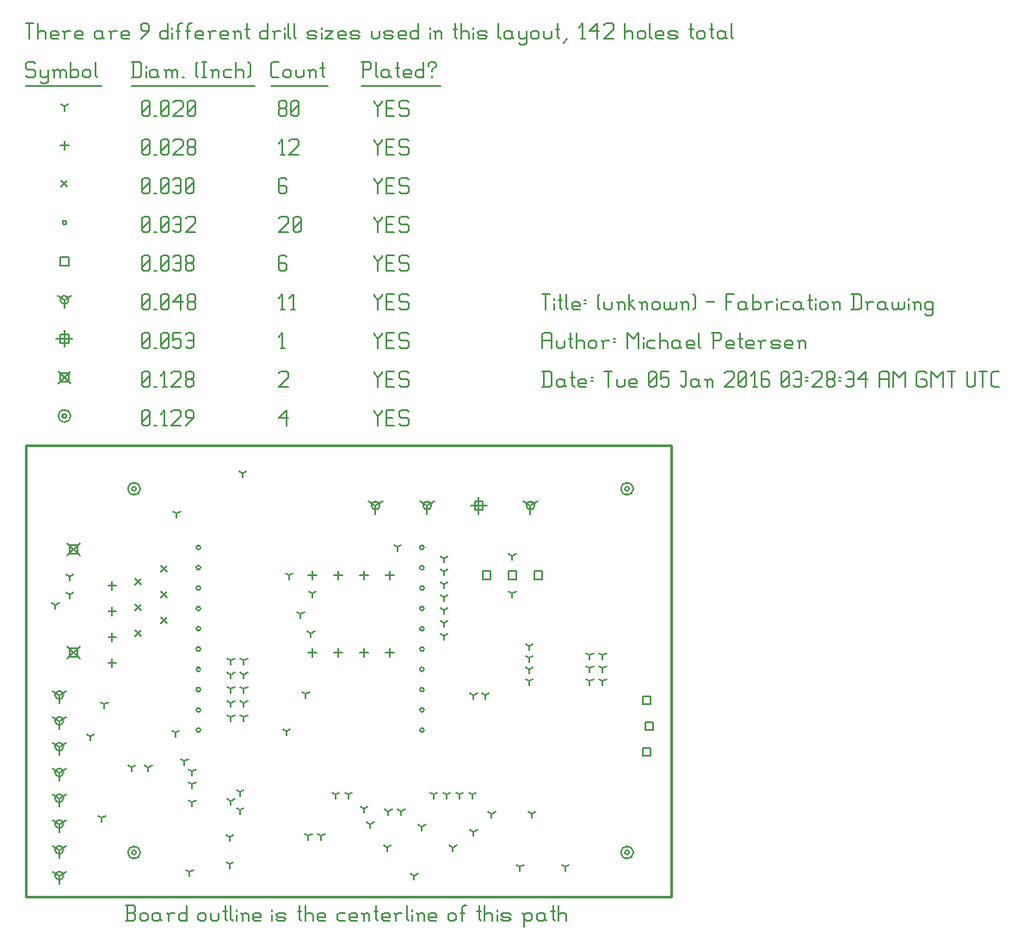
<source format=gbr>
G04 start of page 12 for group -3984 idx -3984 *
G04 Title: (unknown), fab *
G04 Creator: pcb 20110918 *
G04 CreationDate: Tue 05 Jan 2016 03:28:34 AM GMT UTC *
G04 For: railfan *
G04 Format: Gerber/RS-274X *
G04 PCB-Dimensions: 250000 175000 *
G04 PCB-Coordinate-Origin: lower left *
%MOIN*%
%FSLAX25Y25*%
%LNFAB*%
%ADD135C,0.0100*%
%ADD134C,0.0060*%
%ADD133R,0.0080X0.0080*%
G54D133*X41200Y17000D02*G75*G03X42800Y17000I800J0D01*G01*
G75*G03X41200Y17000I-800J0D01*G01*
X39600D02*G75*G03X44400Y17000I2400J0D01*G01*
G75*G03X39600Y17000I-2400J0D01*G01*
X232200D02*G75*G03X233800Y17000I800J0D01*G01*
G75*G03X232200Y17000I-800J0D01*G01*
X230600D02*G75*G03X235400Y17000I2400J0D01*G01*
G75*G03X230600Y17000I-2400J0D01*G01*
X41200Y158000D02*G75*G03X42800Y158000I800J0D01*G01*
G75*G03X41200Y158000I-800J0D01*G01*
X39600D02*G75*G03X44400Y158000I2400J0D01*G01*
G75*G03X39600Y158000I-2400J0D01*G01*
X232200D02*G75*G03X233800Y158000I800J0D01*G01*
G75*G03X232200Y158000I-800J0D01*G01*
X230600D02*G75*G03X235400Y158000I2400J0D01*G01*
G75*G03X230600Y158000I-2400J0D01*G01*
X14200Y186250D02*G75*G03X15800Y186250I800J0D01*G01*
G75*G03X14200Y186250I-800J0D01*G01*
X12600D02*G75*G03X17400Y186250I2400J0D01*G01*
G75*G03X12600Y186250I-2400J0D01*G01*
G54D134*X135000Y188500D02*Y187750D01*
X136500Y186250D01*
X138000Y187750D01*
Y188500D02*Y187750D01*
X136500Y186250D02*Y182500D01*
X139800Y185500D02*X142050D01*
X139800Y182500D02*X142800D01*
X139800Y188500D02*Y182500D01*
Y188500D02*X142800D01*
X147600D02*X148350Y187750D01*
X145350Y188500D02*X147600D01*
X144600Y187750D02*X145350Y188500D01*
X144600Y187750D02*Y186250D01*
X145350Y185500D01*
X147600D01*
X148350Y184750D01*
Y183250D01*
X147600Y182500D02*X148350Y183250D01*
X145350Y182500D02*X147600D01*
X144600Y183250D02*X145350Y182500D01*
X98000Y185500D02*X101000Y188500D01*
X98000Y185500D02*X101750D01*
X101000Y188500D02*Y182500D01*
X45000Y183250D02*X45750Y182500D01*
X45000Y187750D02*Y183250D01*
Y187750D02*X45750Y188500D01*
X47250D01*
X48000Y187750D01*
Y183250D01*
X47250Y182500D02*X48000Y183250D01*
X45750Y182500D02*X47250D01*
X45000Y184000D02*X48000Y187000D01*
X49800Y182500D02*X50550D01*
X53100D02*X54600D01*
X53850Y188500D02*Y182500D01*
X52350Y187000D02*X53850Y188500D01*
X56400Y187750D02*X57150Y188500D01*
X59400D01*
X60150Y187750D01*
Y186250D01*
X56400Y182500D02*X60150Y186250D01*
X56400Y182500D02*X60150D01*
X61950D02*X64950Y185500D01*
Y187750D02*Y185500D01*
X64200Y188500D02*X64950Y187750D01*
X62700Y188500D02*X64200D01*
X61950Y187750D02*X62700Y188500D01*
X61950Y187750D02*Y186250D01*
X62700Y185500D01*
X64950D01*
X16100Y136900D02*X20900Y132100D01*
X16100D02*X20900Y136900D01*
X16900Y136100D02*X20100D01*
X16900D02*Y132900D01*
X20100D01*
Y136100D02*Y132900D01*
X16100Y96900D02*X20900Y92100D01*
X16100D02*X20900Y96900D01*
X16900Y96100D02*X20100D01*
X16900D02*Y92900D01*
X20100D01*
Y96100D02*Y92900D01*
X12600Y203650D02*X17400Y198850D01*
X12600D02*X17400Y203650D01*
X13400Y202850D02*X16600D01*
X13400D02*Y199650D01*
X16600D01*
Y202850D02*Y199650D01*
X135000Y203500D02*Y202750D01*
X136500Y201250D01*
X138000Y202750D01*
Y203500D02*Y202750D01*
X136500Y201250D02*Y197500D01*
X139800Y200500D02*X142050D01*
X139800Y197500D02*X142800D01*
X139800Y203500D02*Y197500D01*
Y203500D02*X142800D01*
X147600D02*X148350Y202750D01*
X145350Y203500D02*X147600D01*
X144600Y202750D02*X145350Y203500D01*
X144600Y202750D02*Y201250D01*
X145350Y200500D01*
X147600D01*
X148350Y199750D01*
Y198250D01*
X147600Y197500D02*X148350Y198250D01*
X145350Y197500D02*X147600D01*
X144600Y198250D02*X145350Y197500D01*
X98000Y202750D02*X98750Y203500D01*
X101000D01*
X101750Y202750D01*
Y201250D01*
X98000Y197500D02*X101750Y201250D01*
X98000Y197500D02*X101750D01*
X45000Y198250D02*X45750Y197500D01*
X45000Y202750D02*Y198250D01*
Y202750D02*X45750Y203500D01*
X47250D01*
X48000Y202750D01*
Y198250D01*
X47250Y197500D02*X48000Y198250D01*
X45750Y197500D02*X47250D01*
X45000Y199000D02*X48000Y202000D01*
X49800Y197500D02*X50550D01*
X53100D02*X54600D01*
X53850Y203500D02*Y197500D01*
X52350Y202000D02*X53850Y203500D01*
X56400Y202750D02*X57150Y203500D01*
X59400D01*
X60150Y202750D01*
Y201250D01*
X56400Y197500D02*X60150Y201250D01*
X56400Y197500D02*X60150D01*
X61950Y198250D02*X62700Y197500D01*
X61950Y199750D02*Y198250D01*
Y199750D02*X62700Y200500D01*
X64200D01*
X64950Y199750D01*
Y198250D01*
X64200Y197500D02*X64950Y198250D01*
X62700Y197500D02*X64200D01*
X61950Y201250D02*X62700Y200500D01*
X61950Y202750D02*Y201250D01*
Y202750D02*X62700Y203500D01*
X64200D01*
X64950Y202750D01*
Y201250D01*
X64200Y200500D02*X64950Y201250D01*
X175500Y154700D02*Y148300D01*
X172300Y151500D02*X178700D01*
X173900Y153100D02*X177100D01*
X173900D02*Y149900D01*
X177100D01*
Y153100D02*Y149900D01*
X15000Y219450D02*Y213050D01*
X11800Y216250D02*X18200D01*
X13400Y217850D02*X16600D01*
X13400D02*Y214650D01*
X16600D01*
Y217850D02*Y214650D01*
X135000Y218500D02*Y217750D01*
X136500Y216250D01*
X138000Y217750D01*
Y218500D02*Y217750D01*
X136500Y216250D02*Y212500D01*
X139800Y215500D02*X142050D01*
X139800Y212500D02*X142800D01*
X139800Y218500D02*Y212500D01*
Y218500D02*X142800D01*
X147600D02*X148350Y217750D01*
X145350Y218500D02*X147600D01*
X144600Y217750D02*X145350Y218500D01*
X144600Y217750D02*Y216250D01*
X145350Y215500D01*
X147600D01*
X148350Y214750D01*
Y213250D01*
X147600Y212500D02*X148350Y213250D01*
X145350Y212500D02*X147600D01*
X144600Y213250D02*X145350Y212500D01*
X98750D02*X100250D01*
X99500Y218500D02*Y212500D01*
X98000Y217000D02*X99500Y218500D01*
X45000Y213250D02*X45750Y212500D01*
X45000Y217750D02*Y213250D01*
Y217750D02*X45750Y218500D01*
X47250D01*
X48000Y217750D01*
Y213250D01*
X47250Y212500D02*X48000Y213250D01*
X45750Y212500D02*X47250D01*
X45000Y214000D02*X48000Y217000D01*
X49800Y212500D02*X50550D01*
X52350Y213250D02*X53100Y212500D01*
X52350Y217750D02*Y213250D01*
Y217750D02*X53100Y218500D01*
X54600D01*
X55350Y217750D01*
Y213250D01*
X54600Y212500D02*X55350Y213250D01*
X53100Y212500D02*X54600D01*
X52350Y214000D02*X55350Y217000D01*
X57150Y218500D02*X60150D01*
X57150D02*Y215500D01*
X57900Y216250D01*
X59400D01*
X60150Y215500D01*
Y213250D01*
X59400Y212500D02*X60150Y213250D01*
X57900Y212500D02*X59400D01*
X57150Y213250D02*X57900Y212500D01*
X61950Y217750D02*X62700Y218500D01*
X64200D01*
X64950Y217750D01*
Y213250D01*
X64200Y212500D02*X64950Y213250D01*
X62700Y212500D02*X64200D01*
X61950Y213250D02*X62700Y212500D01*
Y215500D02*X64950D01*
X195500Y151500D02*Y148300D01*
Y151500D02*X198273Y153100D01*
X195500Y151500D02*X192727Y153100D01*
X193900Y151500D02*G75*G03X197100Y151500I1600J0D01*G01*
G75*G03X193900Y151500I-1600J0D01*G01*
X155500D02*Y148300D01*
Y151500D02*X158273Y153100D01*
X155500Y151500D02*X152727Y153100D01*
X153900Y151500D02*G75*G03X157100Y151500I1600J0D01*G01*
G75*G03X153900Y151500I-1600J0D01*G01*
X135500D02*Y148300D01*
Y151500D02*X138273Y153100D01*
X135500Y151500D02*X132727Y153100D01*
X133900Y151500D02*G75*G03X137100Y151500I1600J0D01*G01*
G75*G03X133900Y151500I-1600J0D01*G01*
X13000Y78000D02*Y74800D01*
Y78000D02*X15773Y79600D01*
X13000Y78000D02*X10227Y79600D01*
X11400Y78000D02*G75*G03X14600Y78000I1600J0D01*G01*
G75*G03X11400Y78000I-1600J0D01*G01*
X13000Y68000D02*Y64800D01*
Y68000D02*X15773Y69600D01*
X13000Y68000D02*X10227Y69600D01*
X11400Y68000D02*G75*G03X14600Y68000I1600J0D01*G01*
G75*G03X11400Y68000I-1600J0D01*G01*
X13000Y58000D02*Y54800D01*
Y58000D02*X15773Y59600D01*
X13000Y58000D02*X10227Y59600D01*
X11400Y58000D02*G75*G03X14600Y58000I1600J0D01*G01*
G75*G03X11400Y58000I-1600J0D01*G01*
X13000Y48000D02*Y44800D01*
Y48000D02*X15773Y49600D01*
X13000Y48000D02*X10227Y49600D01*
X11400Y48000D02*G75*G03X14600Y48000I1600J0D01*G01*
G75*G03X11400Y48000I-1600J0D01*G01*
X13000Y38000D02*Y34800D01*
Y38000D02*X15773Y39600D01*
X13000Y38000D02*X10227Y39600D01*
X11400Y38000D02*G75*G03X14600Y38000I1600J0D01*G01*
G75*G03X11400Y38000I-1600J0D01*G01*
X13000Y28000D02*Y24800D01*
Y28000D02*X15773Y29600D01*
X13000Y28000D02*X10227Y29600D01*
X11400Y28000D02*G75*G03X14600Y28000I1600J0D01*G01*
G75*G03X11400Y28000I-1600J0D01*G01*
X13000Y18000D02*Y14800D01*
Y18000D02*X15773Y19600D01*
X13000Y18000D02*X10227Y19600D01*
X11400Y18000D02*G75*G03X14600Y18000I1600J0D01*G01*
G75*G03X11400Y18000I-1600J0D01*G01*
X13000Y8000D02*Y4800D01*
Y8000D02*X15773Y9600D01*
X13000Y8000D02*X10227Y9600D01*
X11400Y8000D02*G75*G03X14600Y8000I1600J0D01*G01*
G75*G03X11400Y8000I-1600J0D01*G01*
X15000Y231250D02*Y228050D01*
Y231250D02*X17773Y232850D01*
X15000Y231250D02*X12227Y232850D01*
X13400Y231250D02*G75*G03X16600Y231250I1600J0D01*G01*
G75*G03X13400Y231250I-1600J0D01*G01*
X135000Y233500D02*Y232750D01*
X136500Y231250D01*
X138000Y232750D01*
Y233500D02*Y232750D01*
X136500Y231250D02*Y227500D01*
X139800Y230500D02*X142050D01*
X139800Y227500D02*X142800D01*
X139800Y233500D02*Y227500D01*
Y233500D02*X142800D01*
X147600D02*X148350Y232750D01*
X145350Y233500D02*X147600D01*
X144600Y232750D02*X145350Y233500D01*
X144600Y232750D02*Y231250D01*
X145350Y230500D01*
X147600D01*
X148350Y229750D01*
Y228250D01*
X147600Y227500D02*X148350Y228250D01*
X145350Y227500D02*X147600D01*
X144600Y228250D02*X145350Y227500D01*
X98750D02*X100250D01*
X99500Y233500D02*Y227500D01*
X98000Y232000D02*X99500Y233500D01*
X102800Y227500D02*X104300D01*
X103550Y233500D02*Y227500D01*
X102050Y232000D02*X103550Y233500D01*
X45000Y228250D02*X45750Y227500D01*
X45000Y232750D02*Y228250D01*
Y232750D02*X45750Y233500D01*
X47250D01*
X48000Y232750D01*
Y228250D01*
X47250Y227500D02*X48000Y228250D01*
X45750Y227500D02*X47250D01*
X45000Y229000D02*X48000Y232000D01*
X49800Y227500D02*X50550D01*
X52350Y228250D02*X53100Y227500D01*
X52350Y232750D02*Y228250D01*
Y232750D02*X53100Y233500D01*
X54600D01*
X55350Y232750D01*
Y228250D01*
X54600Y227500D02*X55350Y228250D01*
X53100Y227500D02*X54600D01*
X52350Y229000D02*X55350Y232000D01*
X57150Y230500D02*X60150Y233500D01*
X57150Y230500D02*X60900D01*
X60150Y233500D02*Y227500D01*
X62700Y228250D02*X63450Y227500D01*
X62700Y229750D02*Y228250D01*
Y229750D02*X63450Y230500D01*
X64950D01*
X65700Y229750D01*
Y228250D01*
X64950Y227500D02*X65700Y228250D01*
X63450Y227500D02*X64950D01*
X62700Y231250D02*X63450Y230500D01*
X62700Y232750D02*Y231250D01*
Y232750D02*X63450Y233500D01*
X64950D01*
X65700Y232750D01*
Y231250D01*
X64950Y230500D02*X65700Y231250D01*
X196900Y126100D02*X200100D01*
X196900D02*Y122900D01*
X200100D01*
Y126100D02*Y122900D01*
X186900Y126100D02*X190100D01*
X186900D02*Y122900D01*
X190100D01*
Y126100D02*Y122900D01*
X176900Y126100D02*X180100D01*
X176900D02*Y122900D01*
X180100D01*
Y126100D02*Y122900D01*
X238900Y77600D02*X242100D01*
X238900D02*Y74400D01*
X242100D01*
Y77600D02*Y74400D01*
X239900Y67600D02*X243100D01*
X239900D02*Y64400D01*
X243100D01*
Y67600D02*Y64400D01*
X238900Y57600D02*X242100D01*
X238900D02*Y54400D01*
X242100D01*
Y57600D02*Y54400D01*
X13400Y247850D02*X16600D01*
X13400D02*Y244650D01*
X16600D01*
Y247850D02*Y244650D01*
X135000Y248500D02*Y247750D01*
X136500Y246250D01*
X138000Y247750D01*
Y248500D02*Y247750D01*
X136500Y246250D02*Y242500D01*
X139800Y245500D02*X142050D01*
X139800Y242500D02*X142800D01*
X139800Y248500D02*Y242500D01*
Y248500D02*X142800D01*
X147600D02*X148350Y247750D01*
X145350Y248500D02*X147600D01*
X144600Y247750D02*X145350Y248500D01*
X144600Y247750D02*Y246250D01*
X145350Y245500D01*
X147600D01*
X148350Y244750D01*
Y243250D01*
X147600Y242500D02*X148350Y243250D01*
X145350Y242500D02*X147600D01*
X144600Y243250D02*X145350Y242500D01*
X100250Y248500D02*X101000Y247750D01*
X98750Y248500D02*X100250D01*
X98000Y247750D02*X98750Y248500D01*
X98000Y247750D02*Y243250D01*
X98750Y242500D01*
X100250Y245500D02*X101000Y244750D01*
X98000Y245500D02*X100250D01*
X98750Y242500D02*X100250D01*
X101000Y243250D01*
Y244750D02*Y243250D01*
X45000D02*X45750Y242500D01*
X45000Y247750D02*Y243250D01*
Y247750D02*X45750Y248500D01*
X47250D01*
X48000Y247750D01*
Y243250D01*
X47250Y242500D02*X48000Y243250D01*
X45750Y242500D02*X47250D01*
X45000Y244000D02*X48000Y247000D01*
X49800Y242500D02*X50550D01*
X52350Y243250D02*X53100Y242500D01*
X52350Y247750D02*Y243250D01*
Y247750D02*X53100Y248500D01*
X54600D01*
X55350Y247750D01*
Y243250D01*
X54600Y242500D02*X55350Y243250D01*
X53100Y242500D02*X54600D01*
X52350Y244000D02*X55350Y247000D01*
X57150Y247750D02*X57900Y248500D01*
X59400D01*
X60150Y247750D01*
Y243250D01*
X59400Y242500D02*X60150Y243250D01*
X57900Y242500D02*X59400D01*
X57150Y243250D02*X57900Y242500D01*
Y245500D02*X60150D01*
X61950Y243250D02*X62700Y242500D01*
X61950Y244750D02*Y243250D01*
Y244750D02*X62700Y245500D01*
X64200D01*
X64950Y244750D01*
Y243250D01*
X64200Y242500D02*X64950Y243250D01*
X62700Y242500D02*X64200D01*
X61950Y246250D02*X62700Y245500D01*
X61950Y247750D02*Y246250D01*
Y247750D02*X62700Y248500D01*
X64200D01*
X64950Y247750D01*
Y246250D01*
X64200Y245500D02*X64950Y246250D01*
X66086Y135248D02*G75*G03X67686Y135248I800J0D01*G01*
G75*G03X66086Y135248I-800J0D01*G01*
Y127374D02*G75*G03X67686Y127374I800J0D01*G01*
G75*G03X66086Y127374I-800J0D01*G01*
Y119500D02*G75*G03X67686Y119500I800J0D01*G01*
G75*G03X66086Y119500I-800J0D01*G01*
Y111626D02*G75*G03X67686Y111626I800J0D01*G01*
G75*G03X66086Y111626I-800J0D01*G01*
Y103752D02*G75*G03X67686Y103752I800J0D01*G01*
G75*G03X66086Y103752I-800J0D01*G01*
Y95878D02*G75*G03X67686Y95878I800J0D01*G01*
G75*G03X66086Y95878I-800J0D01*G01*
Y88004D02*G75*G03X67686Y88004I800J0D01*G01*
G75*G03X66086Y88004I-800J0D01*G01*
Y80130D02*G75*G03X67686Y80130I800J0D01*G01*
G75*G03X66086Y80130I-800J0D01*G01*
Y72256D02*G75*G03X67686Y72256I800J0D01*G01*
G75*G03X66086Y72256I-800J0D01*G01*
Y64382D02*G75*G03X67686Y64382I800J0D01*G01*
G75*G03X66086Y64382I-800J0D01*G01*
X152700Y135248D02*G75*G03X154300Y135248I800J0D01*G01*
G75*G03X152700Y135248I-800J0D01*G01*
Y127374D02*G75*G03X154300Y127374I800J0D01*G01*
G75*G03X152700Y127374I-800J0D01*G01*
Y119500D02*G75*G03X154300Y119500I800J0D01*G01*
G75*G03X152700Y119500I-800J0D01*G01*
Y111626D02*G75*G03X154300Y111626I800J0D01*G01*
G75*G03X152700Y111626I-800J0D01*G01*
Y103752D02*G75*G03X154300Y103752I800J0D01*G01*
G75*G03X152700Y103752I-800J0D01*G01*
Y95878D02*G75*G03X154300Y95878I800J0D01*G01*
G75*G03X152700Y95878I-800J0D01*G01*
Y88004D02*G75*G03X154300Y88004I800J0D01*G01*
G75*G03X152700Y88004I-800J0D01*G01*
Y80130D02*G75*G03X154300Y80130I800J0D01*G01*
G75*G03X152700Y80130I-800J0D01*G01*
Y72256D02*G75*G03X154300Y72256I800J0D01*G01*
G75*G03X152700Y72256I-800J0D01*G01*
Y64382D02*G75*G03X154300Y64382I800J0D01*G01*
G75*G03X152700Y64382I-800J0D01*G01*
X14200Y261250D02*G75*G03X15800Y261250I800J0D01*G01*
G75*G03X14200Y261250I-800J0D01*G01*
X135000Y263500D02*Y262750D01*
X136500Y261250D01*
X138000Y262750D01*
Y263500D02*Y262750D01*
X136500Y261250D02*Y257500D01*
X139800Y260500D02*X142050D01*
X139800Y257500D02*X142800D01*
X139800Y263500D02*Y257500D01*
Y263500D02*X142800D01*
X147600D02*X148350Y262750D01*
X145350Y263500D02*X147600D01*
X144600Y262750D02*X145350Y263500D01*
X144600Y262750D02*Y261250D01*
X145350Y260500D01*
X147600D01*
X148350Y259750D01*
Y258250D01*
X147600Y257500D02*X148350Y258250D01*
X145350Y257500D02*X147600D01*
X144600Y258250D02*X145350Y257500D01*
X98000Y262750D02*X98750Y263500D01*
X101000D01*
X101750Y262750D01*
Y261250D01*
X98000Y257500D02*X101750Y261250D01*
X98000Y257500D02*X101750D01*
X103550Y258250D02*X104300Y257500D01*
X103550Y262750D02*Y258250D01*
Y262750D02*X104300Y263500D01*
X105800D01*
X106550Y262750D01*
Y258250D01*
X105800Y257500D02*X106550Y258250D01*
X104300Y257500D02*X105800D01*
X103550Y259000D02*X106550Y262000D01*
X45000Y258250D02*X45750Y257500D01*
X45000Y262750D02*Y258250D01*
Y262750D02*X45750Y263500D01*
X47250D01*
X48000Y262750D01*
Y258250D01*
X47250Y257500D02*X48000Y258250D01*
X45750Y257500D02*X47250D01*
X45000Y259000D02*X48000Y262000D01*
X49800Y257500D02*X50550D01*
X52350Y258250D02*X53100Y257500D01*
X52350Y262750D02*Y258250D01*
Y262750D02*X53100Y263500D01*
X54600D01*
X55350Y262750D01*
Y258250D01*
X54600Y257500D02*X55350Y258250D01*
X53100Y257500D02*X54600D01*
X52350Y259000D02*X55350Y262000D01*
X57150Y262750D02*X57900Y263500D01*
X59400D01*
X60150Y262750D01*
Y258250D01*
X59400Y257500D02*X60150Y258250D01*
X57900Y257500D02*X59400D01*
X57150Y258250D02*X57900Y257500D01*
Y260500D02*X60150D01*
X61950Y262750D02*X62700Y263500D01*
X64950D01*
X65700Y262750D01*
Y261250D01*
X61950Y257500D02*X65700Y261250D01*
X61950Y257500D02*X65700D01*
X52300Y128200D02*X54700Y125800D01*
X52300D02*X54700Y128200D01*
X42300Y123200D02*X44700Y120800D01*
X42300D02*X44700Y123200D01*
X52300Y118200D02*X54700Y115800D01*
X52300D02*X54700Y118200D01*
X42300Y113200D02*X44700Y110800D01*
X42300D02*X44700Y113200D01*
X52300Y108200D02*X54700Y105800D01*
X52300D02*X54700Y108200D01*
X42300Y103200D02*X44700Y100800D01*
X42300D02*X44700Y103200D01*
X13800Y277450D02*X16200Y275050D01*
X13800D02*X16200Y277450D01*
X135000Y278500D02*Y277750D01*
X136500Y276250D01*
X138000Y277750D01*
Y278500D02*Y277750D01*
X136500Y276250D02*Y272500D01*
X139800Y275500D02*X142050D01*
X139800Y272500D02*X142800D01*
X139800Y278500D02*Y272500D01*
Y278500D02*X142800D01*
X147600D02*X148350Y277750D01*
X145350Y278500D02*X147600D01*
X144600Y277750D02*X145350Y278500D01*
X144600Y277750D02*Y276250D01*
X145350Y275500D01*
X147600D01*
X148350Y274750D01*
Y273250D01*
X147600Y272500D02*X148350Y273250D01*
X145350Y272500D02*X147600D01*
X144600Y273250D02*X145350Y272500D01*
X100250Y278500D02*X101000Y277750D01*
X98750Y278500D02*X100250D01*
X98000Y277750D02*X98750Y278500D01*
X98000Y277750D02*Y273250D01*
X98750Y272500D01*
X100250Y275500D02*X101000Y274750D01*
X98000Y275500D02*X100250D01*
X98750Y272500D02*X100250D01*
X101000Y273250D01*
Y274750D02*Y273250D01*
X45000D02*X45750Y272500D01*
X45000Y277750D02*Y273250D01*
Y277750D02*X45750Y278500D01*
X47250D01*
X48000Y277750D01*
Y273250D01*
X47250Y272500D02*X48000Y273250D01*
X45750Y272500D02*X47250D01*
X45000Y274000D02*X48000Y277000D01*
X49800Y272500D02*X50550D01*
X52350Y273250D02*X53100Y272500D01*
X52350Y277750D02*Y273250D01*
Y277750D02*X53100Y278500D01*
X54600D01*
X55350Y277750D01*
Y273250D01*
X54600Y272500D02*X55350Y273250D01*
X53100Y272500D02*X54600D01*
X52350Y274000D02*X55350Y277000D01*
X57150Y277750D02*X57900Y278500D01*
X59400D01*
X60150Y277750D01*
Y273250D01*
X59400Y272500D02*X60150Y273250D01*
X57900Y272500D02*X59400D01*
X57150Y273250D02*X57900Y272500D01*
Y275500D02*X60150D01*
X61950Y273250D02*X62700Y272500D01*
X61950Y277750D02*Y273250D01*
Y277750D02*X62700Y278500D01*
X64200D01*
X64950Y277750D01*
Y273250D01*
X64200Y272500D02*X64950Y273250D01*
X62700Y272500D02*X64200D01*
X61950Y274000D02*X64950Y277000D01*
X111000Y96100D02*Y92900D01*
X109400Y94500D02*X112600D01*
X121000Y96100D02*Y92900D01*
X119400Y94500D02*X122600D01*
X131000Y96100D02*Y92900D01*
X129400Y94500D02*X132600D01*
X141000Y96100D02*Y92900D01*
X139400Y94500D02*X142600D01*
X141000Y126100D02*Y122900D01*
X139400Y124500D02*X142600D01*
X131000Y126100D02*Y122900D01*
X129400Y124500D02*X132600D01*
X121000Y126100D02*Y122900D01*
X119400Y124500D02*X122600D01*
X111000Y126100D02*Y122900D01*
X109400Y124500D02*X112600D01*
X33500Y122100D02*Y118900D01*
X31900Y120500D02*X35100D01*
X33500Y112100D02*Y108900D01*
X31900Y110500D02*X35100D01*
X33500Y102100D02*Y98900D01*
X31900Y100500D02*X35100D01*
X33500Y92100D02*Y88900D01*
X31900Y90500D02*X35100D01*
X15000Y292850D02*Y289650D01*
X13400Y291250D02*X16600D01*
X135000Y293500D02*Y292750D01*
X136500Y291250D01*
X138000Y292750D01*
Y293500D02*Y292750D01*
X136500Y291250D02*Y287500D01*
X139800Y290500D02*X142050D01*
X139800Y287500D02*X142800D01*
X139800Y293500D02*Y287500D01*
Y293500D02*X142800D01*
X147600D02*X148350Y292750D01*
X145350Y293500D02*X147600D01*
X144600Y292750D02*X145350Y293500D01*
X144600Y292750D02*Y291250D01*
X145350Y290500D01*
X147600D01*
X148350Y289750D01*
Y288250D01*
X147600Y287500D02*X148350Y288250D01*
X145350Y287500D02*X147600D01*
X144600Y288250D02*X145350Y287500D01*
X98750D02*X100250D01*
X99500Y293500D02*Y287500D01*
X98000Y292000D02*X99500Y293500D01*
X102050Y292750D02*X102800Y293500D01*
X105050D01*
X105800Y292750D01*
Y291250D01*
X102050Y287500D02*X105800Y291250D01*
X102050Y287500D02*X105800D01*
X45000Y288250D02*X45750Y287500D01*
X45000Y292750D02*Y288250D01*
Y292750D02*X45750Y293500D01*
X47250D01*
X48000Y292750D01*
Y288250D01*
X47250Y287500D02*X48000Y288250D01*
X45750Y287500D02*X47250D01*
X45000Y289000D02*X48000Y292000D01*
X49800Y287500D02*X50550D01*
X52350Y288250D02*X53100Y287500D01*
X52350Y292750D02*Y288250D01*
Y292750D02*X53100Y293500D01*
X54600D01*
X55350Y292750D01*
Y288250D01*
X54600Y287500D02*X55350Y288250D01*
X53100Y287500D02*X54600D01*
X52350Y289000D02*X55350Y292000D01*
X57150Y292750D02*X57900Y293500D01*
X60150D01*
X60900Y292750D01*
Y291250D01*
X57150Y287500D02*X60900Y291250D01*
X57150Y287500D02*X60900D01*
X62700Y288250D02*X63450Y287500D01*
X62700Y289750D02*Y288250D01*
Y289750D02*X63450Y290500D01*
X64950D01*
X65700Y289750D01*
Y288250D01*
X64950Y287500D02*X65700Y288250D01*
X63450Y287500D02*X64950D01*
X62700Y291250D02*X63450Y290500D01*
X62700Y292750D02*Y291250D01*
Y292750D02*X63450Y293500D01*
X64950D01*
X65700Y292750D01*
Y291250D01*
X64950Y290500D02*X65700Y291250D01*
X110500Y102000D02*Y100400D01*
Y102000D02*X111887Y102800D01*
X110500Y102000D02*X109113Y102800D01*
X102000Y124500D02*Y122900D01*
Y124500D02*X103387Y125300D01*
X102000Y124500D02*X100613Y125300D01*
X195000Y83500D02*Y81900D01*
Y83500D02*X196387Y84300D01*
X195000Y83500D02*X193613Y84300D01*
X195000Y97000D02*Y95400D01*
Y97000D02*X196387Y97800D01*
X195000Y97000D02*X193613Y97800D01*
X195000Y88000D02*Y86400D01*
Y88000D02*X196387Y88800D01*
X195000Y88000D02*X193613Y88800D01*
X178000Y78000D02*Y76400D01*
Y78000D02*X179387Y78800D01*
X178000Y78000D02*X176613Y78800D01*
X173500Y78000D02*Y76400D01*
Y78000D02*X174887Y78800D01*
X173500Y78000D02*X172113Y78800D01*
X218500Y93500D02*Y91900D01*
Y93500D02*X219887Y94300D01*
X218500Y93500D02*X217113Y94300D01*
X223500Y93500D02*Y91900D01*
Y93500D02*X224887Y94300D01*
X223500Y93500D02*X222113Y94300D01*
X195000Y92500D02*Y90900D01*
Y92500D02*X196387Y93300D01*
X195000Y92500D02*X193613Y93300D01*
X162000Y101000D02*Y99400D01*
Y101000D02*X163387Y101800D01*
X162000Y101000D02*X160613Y101800D01*
X114500Y23500D02*Y21900D01*
Y23500D02*X115887Y24300D01*
X114500Y23500D02*X113113Y24300D01*
X162000Y131000D02*Y129400D01*
Y131000D02*X163387Y131800D01*
X162000Y131000D02*X160613Y131800D01*
X162000Y126000D02*Y124400D01*
Y126000D02*X163387Y126800D01*
X162000Y126000D02*X160613Y126800D01*
X162000Y121000D02*Y119400D01*
Y121000D02*X163387Y121800D01*
X162000Y121000D02*X160613Y121800D01*
X162000Y116000D02*Y114400D01*
Y116000D02*X163387Y116800D01*
X162000Y116000D02*X160613Y116800D01*
X162000Y111000D02*Y109400D01*
Y111000D02*X163387Y111800D01*
X162000Y111000D02*X160613Y111800D01*
X162000Y106000D02*Y104400D01*
Y106000D02*X163387Y106800D01*
X162000Y106000D02*X160613Y106800D01*
X84500Y86000D02*Y84400D01*
Y86000D02*X85887Y86800D01*
X84500Y86000D02*X83113Y86800D01*
X79500Y86000D02*Y84400D01*
Y86000D02*X80887Y86800D01*
X79500Y86000D02*X78113Y86800D01*
X79500Y91500D02*Y89900D01*
Y91500D02*X80887Y92300D01*
X79500Y91500D02*X78113Y92300D01*
X84500Y91500D02*Y89900D01*
Y91500D02*X85887Y92300D01*
X84500Y91500D02*X83113Y92300D01*
X218500Y83500D02*Y81900D01*
Y83500D02*X219887Y84300D01*
X218500Y83500D02*X217113Y84300D01*
X84500Y80500D02*Y78900D01*
Y80500D02*X85887Y81300D01*
X84500Y80500D02*X83113Y81300D01*
X79500Y80500D02*Y78900D01*
Y80500D02*X80887Y81300D01*
X79500Y80500D02*X78113Y81300D01*
X168000Y39500D02*Y37900D01*
Y39500D02*X169387Y40300D01*
X168000Y39500D02*X166613Y40300D01*
X173000Y39500D02*Y37900D01*
Y39500D02*X174387Y40300D01*
X173000Y39500D02*X171613Y40300D01*
X163000Y39500D02*Y37900D01*
Y39500D02*X164387Y40300D01*
X163000Y39500D02*X161613Y40300D01*
X158000Y39500D02*Y37900D01*
Y39500D02*X159387Y40300D01*
X158000Y39500D02*X156613Y40300D01*
X120000Y39500D02*Y37900D01*
Y39500D02*X121387Y40300D01*
X120000Y39500D02*X118613Y40300D01*
X125000Y39500D02*Y37900D01*
Y39500D02*X126387Y40300D01*
X125000Y39500D02*X123613Y40300D01*
X223500Y83500D02*Y81900D01*
Y83500D02*X224887Y84300D01*
X223500Y83500D02*X222113Y84300D01*
X83000Y40500D02*Y38900D01*
Y40500D02*X84387Y41300D01*
X83000Y40500D02*X81613Y41300D01*
X79500Y37000D02*Y35400D01*
Y37000D02*X80887Y37800D01*
X79500Y37000D02*X78113Y37800D01*
X83000Y33500D02*Y31900D01*
Y33500D02*X84387Y34300D01*
X83000Y33500D02*X81613Y34300D01*
X106500Y109500D02*Y107900D01*
Y109500D02*X107887Y110300D01*
X106500Y109500D02*X105113Y110300D01*
X111000Y117500D02*Y115900D01*
Y117500D02*X112387Y118300D01*
X111000Y117500D02*X109613Y118300D01*
X108500Y78500D02*Y76900D01*
Y78500D02*X109887Y79300D01*
X108500Y78500D02*X107113Y79300D01*
X58500Y148500D02*Y146900D01*
Y148500D02*X59887Y149300D01*
X58500Y148500D02*X57113Y149300D01*
X109500Y23500D02*Y21900D01*
Y23500D02*X110887Y24300D01*
X109500Y23500D02*X108113Y24300D01*
X84500Y75000D02*Y73400D01*
Y75000D02*X85887Y75800D01*
X84500Y75000D02*X83113Y75800D01*
X79500Y75000D02*Y73400D01*
Y75000D02*X80887Y75800D01*
X79500Y75000D02*X78113Y75800D01*
X84500Y69500D02*Y67900D01*
Y69500D02*X85887Y70300D01*
X84500Y69500D02*X83113Y70300D01*
X79500Y69500D02*Y67900D01*
Y69500D02*X80887Y70300D01*
X79500Y69500D02*X78113Y70300D01*
X218500Y88500D02*Y86900D01*
Y88500D02*X219887Y89300D01*
X218500Y88500D02*X217113Y89300D01*
X223500Y88500D02*Y86900D01*
Y88500D02*X224887Y89300D01*
X223500Y88500D02*X222113Y89300D01*
X64500Y43500D02*Y41900D01*
Y43500D02*X65887Y44300D01*
X64500Y43500D02*X63113Y44300D01*
X84000Y164000D02*Y162400D01*
Y164000D02*X85387Y164800D01*
X84000Y164000D02*X82613Y164800D01*
X188500Y117500D02*Y115900D01*
Y117500D02*X189887Y118300D01*
X188500Y117500D02*X187113Y118300D01*
X188500Y132000D02*Y130400D01*
Y132000D02*X189887Y132800D01*
X188500Y132000D02*X187113Y132800D01*
X144000Y135500D02*Y133900D01*
Y135500D02*X145387Y136300D01*
X144000Y135500D02*X142613Y136300D01*
X209000Y11500D02*Y9900D01*
Y11500D02*X210387Y12300D01*
X209000Y11500D02*X207613Y12300D01*
X153500Y27000D02*Y25400D01*
Y27000D02*X154887Y27800D01*
X153500Y27000D02*X152113Y27800D01*
X180500Y32000D02*Y30400D01*
Y32000D02*X181887Y32800D01*
X180500Y32000D02*X179113Y32800D01*
X173500Y25000D02*Y23400D01*
Y25000D02*X174887Y25800D01*
X173500Y25000D02*X172113Y25800D01*
X131000Y34000D02*Y32400D01*
Y34000D02*X132387Y34800D01*
X131000Y34000D02*X129613Y34800D01*
X25000Y62000D02*Y60400D01*
Y62000D02*X26387Y62800D01*
X25000Y62000D02*X23613Y62800D01*
X133500Y28000D02*Y26400D01*
Y28000D02*X134887Y28800D01*
X133500Y28000D02*X132113Y28800D01*
X140500Y33000D02*Y31400D01*
Y33000D02*X141887Y33800D01*
X140500Y33000D02*X139113Y33800D01*
X145500Y33000D02*Y31400D01*
Y33000D02*X146887Y33800D01*
X145500Y33000D02*X144113Y33800D01*
X64500Y36500D02*Y34900D01*
Y36500D02*X65887Y37300D01*
X64500Y36500D02*X63113Y37300D01*
X79000Y23000D02*Y21400D01*
Y23000D02*X80387Y23800D01*
X79000Y23000D02*X77613Y23800D01*
X79000Y12500D02*Y10900D01*
Y12500D02*X80387Y13300D01*
X79000Y12500D02*X77613Y13300D01*
X17000Y124000D02*Y122400D01*
Y124000D02*X18387Y124800D01*
X17000Y124000D02*X15613Y124800D01*
X17000Y117000D02*Y115400D01*
Y117000D02*X18387Y117800D01*
X17000Y117000D02*X15613Y117800D01*
X165500Y19000D02*Y17400D01*
Y19000D02*X166887Y19800D01*
X165500Y19000D02*X164113Y19800D01*
X140000Y19000D02*Y17400D01*
Y19000D02*X141387Y19800D01*
X140000Y19000D02*X138613Y19800D01*
X191500Y11500D02*Y9900D01*
Y11500D02*X192887Y12300D01*
X191500Y11500D02*X190113Y12300D01*
X150500Y8000D02*Y6400D01*
Y8000D02*X151887Y8800D01*
X150500Y8000D02*X149113Y8800D01*
X196000Y32000D02*Y30400D01*
Y32000D02*X197387Y32800D01*
X196000Y32000D02*X194613Y32800D01*
X63500Y9500D02*Y7900D01*
Y9500D02*X64887Y10300D01*
X63500Y9500D02*X62113Y10300D01*
X29500Y30500D02*Y28900D01*
Y30500D02*X30887Y31300D01*
X29500Y30500D02*X28113Y31300D01*
X30500Y74500D02*Y72900D01*
Y74500D02*X31887Y75300D01*
X30500Y74500D02*X29113Y75300D01*
X11500Y113000D02*Y111400D01*
Y113000D02*X12887Y113800D01*
X11500Y113000D02*X10113Y113800D01*
X64500Y48500D02*Y46900D01*
Y48500D02*X65887Y49300D01*
X64500Y48500D02*X63113Y49300D01*
X41000Y50000D02*Y48400D01*
Y50000D02*X42387Y50800D01*
X41000Y50000D02*X39613Y50800D01*
X47500Y50000D02*Y48400D01*
Y50000D02*X48887Y50800D01*
X47500Y50000D02*X46113Y50800D01*
X61500Y52500D02*Y50900D01*
Y52500D02*X62887Y53300D01*
X61500Y52500D02*X60113Y53300D01*
X58000Y63500D02*Y61900D01*
Y63500D02*X59387Y64300D01*
X58000Y63500D02*X56613Y64300D01*
X101000Y64000D02*Y62400D01*
Y64000D02*X102387Y64800D01*
X101000Y64000D02*X99613Y64800D01*
X15000Y306250D02*Y304650D01*
Y306250D02*X16387Y307050D01*
X15000Y306250D02*X13613Y307050D01*
X135000Y308500D02*Y307750D01*
X136500Y306250D01*
X138000Y307750D01*
Y308500D02*Y307750D01*
X136500Y306250D02*Y302500D01*
X139800Y305500D02*X142050D01*
X139800Y302500D02*X142800D01*
X139800Y308500D02*Y302500D01*
Y308500D02*X142800D01*
X147600D02*X148350Y307750D01*
X145350Y308500D02*X147600D01*
X144600Y307750D02*X145350Y308500D01*
X144600Y307750D02*Y306250D01*
X145350Y305500D01*
X147600D01*
X148350Y304750D01*
Y303250D01*
X147600Y302500D02*X148350Y303250D01*
X145350Y302500D02*X147600D01*
X144600Y303250D02*X145350Y302500D01*
X98000Y303250D02*X98750Y302500D01*
X98000Y304750D02*Y303250D01*
Y304750D02*X98750Y305500D01*
X100250D01*
X101000Y304750D01*
Y303250D01*
X100250Y302500D02*X101000Y303250D01*
X98750Y302500D02*X100250D01*
X98000Y306250D02*X98750Y305500D01*
X98000Y307750D02*Y306250D01*
Y307750D02*X98750Y308500D01*
X100250D01*
X101000Y307750D01*
Y306250D01*
X100250Y305500D02*X101000Y306250D01*
X102800Y303250D02*X103550Y302500D01*
X102800Y307750D02*Y303250D01*
Y307750D02*X103550Y308500D01*
X105050D01*
X105800Y307750D01*
Y303250D01*
X105050Y302500D02*X105800Y303250D01*
X103550Y302500D02*X105050D01*
X102800Y304000D02*X105800Y307000D01*
X45000Y303250D02*X45750Y302500D01*
X45000Y307750D02*Y303250D01*
Y307750D02*X45750Y308500D01*
X47250D01*
X48000Y307750D01*
Y303250D01*
X47250Y302500D02*X48000Y303250D01*
X45750Y302500D02*X47250D01*
X45000Y304000D02*X48000Y307000D01*
X49800Y302500D02*X50550D01*
X52350Y303250D02*X53100Y302500D01*
X52350Y307750D02*Y303250D01*
Y307750D02*X53100Y308500D01*
X54600D01*
X55350Y307750D01*
Y303250D01*
X54600Y302500D02*X55350Y303250D01*
X53100Y302500D02*X54600D01*
X52350Y304000D02*X55350Y307000D01*
X57150Y307750D02*X57900Y308500D01*
X60150D01*
X60900Y307750D01*
Y306250D01*
X57150Y302500D02*X60900Y306250D01*
X57150Y302500D02*X60900D01*
X62700Y303250D02*X63450Y302500D01*
X62700Y307750D02*Y303250D01*
Y307750D02*X63450Y308500D01*
X64950D01*
X65700Y307750D01*
Y303250D01*
X64950Y302500D02*X65700Y303250D01*
X63450Y302500D02*X64950D01*
X62700Y304000D02*X65700Y307000D01*
X3000Y323500D02*X3750Y322750D01*
X750Y323500D02*X3000D01*
X0Y322750D02*X750Y323500D01*
X0Y322750D02*Y321250D01*
X750Y320500D01*
X3000D01*
X3750Y319750D01*
Y318250D01*
X3000Y317500D02*X3750Y318250D01*
X750Y317500D02*X3000D01*
X0Y318250D02*X750Y317500D01*
X5550Y320500D02*Y318250D01*
X6300Y317500D01*
X8550Y320500D02*Y316000D01*
X7800Y315250D02*X8550Y316000D01*
X6300Y315250D02*X7800D01*
X5550Y316000D02*X6300Y315250D01*
Y317500D02*X7800D01*
X8550Y318250D01*
X11100Y319750D02*Y317500D01*
Y319750D02*X11850Y320500D01*
X12600D01*
X13350Y319750D01*
Y317500D01*
Y319750D02*X14100Y320500D01*
X14850D01*
X15600Y319750D01*
Y317500D01*
X10350Y320500D02*X11100Y319750D01*
X17400Y323500D02*Y317500D01*
Y318250D02*X18150Y317500D01*
X19650D01*
X20400Y318250D01*
Y319750D02*Y318250D01*
X19650Y320500D02*X20400Y319750D01*
X18150Y320500D02*X19650D01*
X17400Y319750D02*X18150Y320500D01*
X22200Y319750D02*Y318250D01*
Y319750D02*X22950Y320500D01*
X24450D01*
X25200Y319750D01*
Y318250D01*
X24450Y317500D02*X25200Y318250D01*
X22950Y317500D02*X24450D01*
X22200Y318250D02*X22950Y317500D01*
X27000Y323500D02*Y318250D01*
X27750Y317500D01*
X0Y314250D02*X29250D01*
X41750Y323500D02*Y317500D01*
X44000Y323500D02*X44750Y322750D01*
Y318250D01*
X44000Y317500D02*X44750Y318250D01*
X41000Y317500D02*X44000D01*
X41000Y323500D02*X44000D01*
X46550Y322000D02*Y321250D01*
Y319750D02*Y317500D01*
X50300Y320500D02*X51050Y319750D01*
X48800Y320500D02*X50300D01*
X48050Y319750D02*X48800Y320500D01*
X48050Y319750D02*Y318250D01*
X48800Y317500D01*
X51050Y320500D02*Y318250D01*
X51800Y317500D01*
X48800D02*X50300D01*
X51050Y318250D01*
X54350Y319750D02*Y317500D01*
Y319750D02*X55100Y320500D01*
X55850D01*
X56600Y319750D01*
Y317500D01*
Y319750D02*X57350Y320500D01*
X58100D01*
X58850Y319750D01*
Y317500D01*
X53600Y320500D02*X54350Y319750D01*
X60650Y317500D02*X61400D01*
X65900Y318250D02*X66650Y317500D01*
X65900Y322750D02*X66650Y323500D01*
X65900Y322750D02*Y318250D01*
X68450Y323500D02*X69950D01*
X69200D02*Y317500D01*
X68450D02*X69950D01*
X72500Y319750D02*Y317500D01*
Y319750D02*X73250Y320500D01*
X74000D01*
X74750Y319750D01*
Y317500D01*
X71750Y320500D02*X72500Y319750D01*
X77300Y320500D02*X79550D01*
X76550Y319750D02*X77300Y320500D01*
X76550Y319750D02*Y318250D01*
X77300Y317500D01*
X79550D01*
X81350Y323500D02*Y317500D01*
Y319750D02*X82100Y320500D01*
X83600D01*
X84350Y319750D01*
Y317500D01*
X86150Y323500D02*X86900Y322750D01*
Y318250D01*
X86150Y317500D02*X86900Y318250D01*
X41000Y314250D02*X88700D01*
X95750Y317500D02*X98000D01*
X95000Y318250D02*X95750Y317500D01*
X95000Y322750D02*Y318250D01*
Y322750D02*X95750Y323500D01*
X98000D01*
X99800Y319750D02*Y318250D01*
Y319750D02*X100550Y320500D01*
X102050D01*
X102800Y319750D01*
Y318250D01*
X102050Y317500D02*X102800Y318250D01*
X100550Y317500D02*X102050D01*
X99800Y318250D02*X100550Y317500D01*
X104600Y320500D02*Y318250D01*
X105350Y317500D01*
X106850D01*
X107600Y318250D01*
Y320500D02*Y318250D01*
X110150Y319750D02*Y317500D01*
Y319750D02*X110900Y320500D01*
X111650D01*
X112400Y319750D01*
Y317500D01*
X109400Y320500D02*X110150Y319750D01*
X114950Y323500D02*Y318250D01*
X115700Y317500D01*
X114200Y321250D02*X115700D01*
X95000Y314250D02*X117200D01*
X130750Y323500D02*Y317500D01*
X130000Y323500D02*X133000D01*
X133750Y322750D01*
Y321250D01*
X133000Y320500D02*X133750Y321250D01*
X130750Y320500D02*X133000D01*
X135550Y323500D02*Y318250D01*
X136300Y317500D01*
X140050Y320500D02*X140800Y319750D01*
X138550Y320500D02*X140050D01*
X137800Y319750D02*X138550Y320500D01*
X137800Y319750D02*Y318250D01*
X138550Y317500D01*
X140800Y320500D02*Y318250D01*
X141550Y317500D01*
X138550D02*X140050D01*
X140800Y318250D01*
X144100Y323500D02*Y318250D01*
X144850Y317500D01*
X143350Y321250D02*X144850D01*
X147100Y317500D02*X149350D01*
X146350Y318250D02*X147100Y317500D01*
X146350Y319750D02*Y318250D01*
Y319750D02*X147100Y320500D01*
X148600D01*
X149350Y319750D01*
X146350Y319000D02*X149350D01*
Y319750D02*Y319000D01*
X154150Y323500D02*Y317500D01*
X153400D02*X154150Y318250D01*
X151900Y317500D02*X153400D01*
X151150Y318250D02*X151900Y317500D01*
X151150Y319750D02*Y318250D01*
Y319750D02*X151900Y320500D01*
X153400D01*
X154150Y319750D01*
X157450Y320500D02*Y319750D01*
Y318250D02*Y317500D01*
X155950Y322750D02*Y322000D01*
Y322750D02*X156700Y323500D01*
X158200D01*
X158950Y322750D01*
Y322000D01*
X157450Y320500D02*X158950Y322000D01*
X130000Y314250D02*X160750D01*
X0Y338500D02*X3000D01*
X1500D02*Y332500D01*
X4800Y338500D02*Y332500D01*
Y334750D02*X5550Y335500D01*
X7050D01*
X7800Y334750D01*
Y332500D01*
X10350D02*X12600D01*
X9600Y333250D02*X10350Y332500D01*
X9600Y334750D02*Y333250D01*
Y334750D02*X10350Y335500D01*
X11850D01*
X12600Y334750D01*
X9600Y334000D02*X12600D01*
Y334750D02*Y334000D01*
X15150Y334750D02*Y332500D01*
Y334750D02*X15900Y335500D01*
X17400D01*
X14400D02*X15150Y334750D01*
X19950Y332500D02*X22200D01*
X19200Y333250D02*X19950Y332500D01*
X19200Y334750D02*Y333250D01*
Y334750D02*X19950Y335500D01*
X21450D01*
X22200Y334750D01*
X19200Y334000D02*X22200D01*
Y334750D02*Y334000D01*
X28950Y335500D02*X29700Y334750D01*
X27450Y335500D02*X28950D01*
X26700Y334750D02*X27450Y335500D01*
X26700Y334750D02*Y333250D01*
X27450Y332500D01*
X29700Y335500D02*Y333250D01*
X30450Y332500D01*
X27450D02*X28950D01*
X29700Y333250D01*
X33000Y334750D02*Y332500D01*
Y334750D02*X33750Y335500D01*
X35250D01*
X32250D02*X33000Y334750D01*
X37800Y332500D02*X40050D01*
X37050Y333250D02*X37800Y332500D01*
X37050Y334750D02*Y333250D01*
Y334750D02*X37800Y335500D01*
X39300D01*
X40050Y334750D01*
X37050Y334000D02*X40050D01*
Y334750D02*Y334000D01*
X44550Y332500D02*X47550Y335500D01*
Y337750D02*Y335500D01*
X46800Y338500D02*X47550Y337750D01*
X45300Y338500D02*X46800D01*
X44550Y337750D02*X45300Y338500D01*
X44550Y337750D02*Y336250D01*
X45300Y335500D01*
X47550D01*
X55050Y338500D02*Y332500D01*
X54300D02*X55050Y333250D01*
X52800Y332500D02*X54300D01*
X52050Y333250D02*X52800Y332500D01*
X52050Y334750D02*Y333250D01*
Y334750D02*X52800Y335500D01*
X54300D01*
X55050Y334750D01*
X56850Y337000D02*Y336250D01*
Y334750D02*Y332500D01*
X59100Y337750D02*Y332500D01*
Y337750D02*X59850Y338500D01*
X60600D01*
X58350Y335500D02*X59850D01*
X62850Y337750D02*Y332500D01*
Y337750D02*X63600Y338500D01*
X64350D01*
X62100Y335500D02*X63600D01*
X66600Y332500D02*X68850D01*
X65850Y333250D02*X66600Y332500D01*
X65850Y334750D02*Y333250D01*
Y334750D02*X66600Y335500D01*
X68100D01*
X68850Y334750D01*
X65850Y334000D02*X68850D01*
Y334750D02*Y334000D01*
X71400Y334750D02*Y332500D01*
Y334750D02*X72150Y335500D01*
X73650D01*
X70650D02*X71400Y334750D01*
X76200Y332500D02*X78450D01*
X75450Y333250D02*X76200Y332500D01*
X75450Y334750D02*Y333250D01*
Y334750D02*X76200Y335500D01*
X77700D01*
X78450Y334750D01*
X75450Y334000D02*X78450D01*
Y334750D02*Y334000D01*
X81000Y334750D02*Y332500D01*
Y334750D02*X81750Y335500D01*
X82500D01*
X83250Y334750D01*
Y332500D01*
X80250Y335500D02*X81000Y334750D01*
X85800Y338500D02*Y333250D01*
X86550Y332500D01*
X85050Y336250D02*X86550D01*
X93750Y338500D02*Y332500D01*
X93000D02*X93750Y333250D01*
X91500Y332500D02*X93000D01*
X90750Y333250D02*X91500Y332500D01*
X90750Y334750D02*Y333250D01*
Y334750D02*X91500Y335500D01*
X93000D01*
X93750Y334750D01*
X96300D02*Y332500D01*
Y334750D02*X97050Y335500D01*
X98550D01*
X95550D02*X96300Y334750D01*
X100350Y337000D02*Y336250D01*
Y334750D02*Y332500D01*
X101850Y338500D02*Y333250D01*
X102600Y332500D01*
X104100Y338500D02*Y333250D01*
X104850Y332500D01*
X109800D02*X112050D01*
X112800Y333250D01*
X112050Y334000D02*X112800Y333250D01*
X109800Y334000D02*X112050D01*
X109050Y334750D02*X109800Y334000D01*
X109050Y334750D02*X109800Y335500D01*
X112050D01*
X112800Y334750D01*
X109050Y333250D02*X109800Y332500D01*
X114600Y337000D02*Y336250D01*
Y334750D02*Y332500D01*
X116100Y335500D02*X119100D01*
X116100Y332500D02*X119100Y335500D01*
X116100Y332500D02*X119100D01*
X121650D02*X123900D01*
X120900Y333250D02*X121650Y332500D01*
X120900Y334750D02*Y333250D01*
Y334750D02*X121650Y335500D01*
X123150D01*
X123900Y334750D01*
X120900Y334000D02*X123900D01*
Y334750D02*Y334000D01*
X126450Y332500D02*X128700D01*
X129450Y333250D01*
X128700Y334000D02*X129450Y333250D01*
X126450Y334000D02*X128700D01*
X125700Y334750D02*X126450Y334000D01*
X125700Y334750D02*X126450Y335500D01*
X128700D01*
X129450Y334750D01*
X125700Y333250D02*X126450Y332500D01*
X133950Y335500D02*Y333250D01*
X134700Y332500D01*
X136200D01*
X136950Y333250D01*
Y335500D02*Y333250D01*
X139500Y332500D02*X141750D01*
X142500Y333250D01*
X141750Y334000D02*X142500Y333250D01*
X139500Y334000D02*X141750D01*
X138750Y334750D02*X139500Y334000D01*
X138750Y334750D02*X139500Y335500D01*
X141750D01*
X142500Y334750D01*
X138750Y333250D02*X139500Y332500D01*
X145050D02*X147300D01*
X144300Y333250D02*X145050Y332500D01*
X144300Y334750D02*Y333250D01*
Y334750D02*X145050Y335500D01*
X146550D01*
X147300Y334750D01*
X144300Y334000D02*X147300D01*
Y334750D02*Y334000D01*
X152100Y338500D02*Y332500D01*
X151350D02*X152100Y333250D01*
X149850Y332500D02*X151350D01*
X149100Y333250D02*X149850Y332500D01*
X149100Y334750D02*Y333250D01*
Y334750D02*X149850Y335500D01*
X151350D01*
X152100Y334750D01*
X156600Y337000D02*Y336250D01*
Y334750D02*Y332500D01*
X158850Y334750D02*Y332500D01*
Y334750D02*X159600Y335500D01*
X160350D01*
X161100Y334750D01*
Y332500D01*
X158100Y335500D02*X158850Y334750D01*
X166350Y338500D02*Y333250D01*
X167100Y332500D01*
X165600Y336250D02*X167100D01*
X168600Y338500D02*Y332500D01*
Y334750D02*X169350Y335500D01*
X170850D01*
X171600Y334750D01*
Y332500D01*
X173400Y337000D02*Y336250D01*
Y334750D02*Y332500D01*
X175650D02*X177900D01*
X178650Y333250D01*
X177900Y334000D02*X178650Y333250D01*
X175650Y334000D02*X177900D01*
X174900Y334750D02*X175650Y334000D01*
X174900Y334750D02*X175650Y335500D01*
X177900D01*
X178650Y334750D01*
X174900Y333250D02*X175650Y332500D01*
X183150Y338500D02*Y333250D01*
X183900Y332500D01*
X187650Y335500D02*X188400Y334750D01*
X186150Y335500D02*X187650D01*
X185400Y334750D02*X186150Y335500D01*
X185400Y334750D02*Y333250D01*
X186150Y332500D01*
X188400Y335500D02*Y333250D01*
X189150Y332500D01*
X186150D02*X187650D01*
X188400Y333250D01*
X190950Y335500D02*Y333250D01*
X191700Y332500D01*
X193950Y335500D02*Y331000D01*
X193200Y330250D02*X193950Y331000D01*
X191700Y330250D02*X193200D01*
X190950Y331000D02*X191700Y330250D01*
Y332500D02*X193200D01*
X193950Y333250D01*
X195750Y334750D02*Y333250D01*
Y334750D02*X196500Y335500D01*
X198000D01*
X198750Y334750D01*
Y333250D01*
X198000Y332500D02*X198750Y333250D01*
X196500Y332500D02*X198000D01*
X195750Y333250D02*X196500Y332500D01*
X200550Y335500D02*Y333250D01*
X201300Y332500D01*
X202800D01*
X203550Y333250D01*
Y335500D02*Y333250D01*
X206100Y338500D02*Y333250D01*
X206850Y332500D01*
X205350Y336250D02*X206850D01*
X208350Y331000D02*X209850Y332500D01*
X215100D02*X216600D01*
X215850Y338500D02*Y332500D01*
X214350Y337000D02*X215850Y338500D01*
X218400Y335500D02*X221400Y338500D01*
X218400Y335500D02*X222150D01*
X221400Y338500D02*Y332500D01*
X223950Y337750D02*X224700Y338500D01*
X226950D01*
X227700Y337750D01*
Y336250D01*
X223950Y332500D02*X227700Y336250D01*
X223950Y332500D02*X227700D01*
X232200Y338500D02*Y332500D01*
Y334750D02*X232950Y335500D01*
X234450D01*
X235200Y334750D01*
Y332500D01*
X237000Y334750D02*Y333250D01*
Y334750D02*X237750Y335500D01*
X239250D01*
X240000Y334750D01*
Y333250D01*
X239250Y332500D02*X240000Y333250D01*
X237750Y332500D02*X239250D01*
X237000Y333250D02*X237750Y332500D01*
X241800Y338500D02*Y333250D01*
X242550Y332500D01*
X244800D02*X247050D01*
X244050Y333250D02*X244800Y332500D01*
X244050Y334750D02*Y333250D01*
Y334750D02*X244800Y335500D01*
X246300D01*
X247050Y334750D01*
X244050Y334000D02*X247050D01*
Y334750D02*Y334000D01*
X249600Y332500D02*X251850D01*
X252600Y333250D01*
X251850Y334000D02*X252600Y333250D01*
X249600Y334000D02*X251850D01*
X248850Y334750D02*X249600Y334000D01*
X248850Y334750D02*X249600Y335500D01*
X251850D01*
X252600Y334750D01*
X248850Y333250D02*X249600Y332500D01*
X257850Y338500D02*Y333250D01*
X258600Y332500D01*
X257100Y336250D02*X258600D01*
X260100Y334750D02*Y333250D01*
Y334750D02*X260850Y335500D01*
X262350D01*
X263100Y334750D01*
Y333250D01*
X262350Y332500D02*X263100Y333250D01*
X260850Y332500D02*X262350D01*
X260100Y333250D02*X260850Y332500D01*
X265650Y338500D02*Y333250D01*
X266400Y332500D01*
X264900Y336250D02*X266400D01*
X270150Y335500D02*X270900Y334750D01*
X268650Y335500D02*X270150D01*
X267900Y334750D02*X268650Y335500D01*
X267900Y334750D02*Y333250D01*
X268650Y332500D01*
X270900Y335500D02*Y333250D01*
X271650Y332500D01*
X268650D02*X270150D01*
X270900Y333250D01*
X273450Y338500D02*Y333250D01*
X274200Y332500D01*
G54D135*X0Y175000D02*X250000D01*
Y0D01*
X0D01*
Y175000D01*
G54D134*X38675Y-9500D02*X41675D01*
X42425Y-8750D01*
Y-7250D02*Y-8750D01*
X41675Y-6500D02*X42425Y-7250D01*
X39425Y-6500D02*X41675D01*
X39425Y-3500D02*Y-9500D01*
X38675Y-3500D02*X41675D01*
X42425Y-4250D01*
Y-5750D01*
X41675Y-6500D02*X42425Y-5750D01*
X44225Y-7250D02*Y-8750D01*
Y-7250D02*X44975Y-6500D01*
X46475D01*
X47225Y-7250D01*
Y-8750D01*
X46475Y-9500D02*X47225Y-8750D01*
X44975Y-9500D02*X46475D01*
X44225Y-8750D02*X44975Y-9500D01*
X51275Y-6500D02*X52025Y-7250D01*
X49775Y-6500D02*X51275D01*
X49025Y-7250D02*X49775Y-6500D01*
X49025Y-7250D02*Y-8750D01*
X49775Y-9500D01*
X52025Y-6500D02*Y-8750D01*
X52775Y-9500D01*
X49775D02*X51275D01*
X52025Y-8750D01*
X55325Y-7250D02*Y-9500D01*
Y-7250D02*X56075Y-6500D01*
X57575D01*
X54575D02*X55325Y-7250D01*
X62375Y-3500D02*Y-9500D01*
X61625D02*X62375Y-8750D01*
X60125Y-9500D02*X61625D01*
X59375Y-8750D02*X60125Y-9500D01*
X59375Y-7250D02*Y-8750D01*
Y-7250D02*X60125Y-6500D01*
X61625D01*
X62375Y-7250D01*
X66875D02*Y-8750D01*
Y-7250D02*X67625Y-6500D01*
X69125D01*
X69875Y-7250D01*
Y-8750D01*
X69125Y-9500D02*X69875Y-8750D01*
X67625Y-9500D02*X69125D01*
X66875Y-8750D02*X67625Y-9500D01*
X71675Y-6500D02*Y-8750D01*
X72425Y-9500D01*
X73925D01*
X74675Y-8750D01*
Y-6500D02*Y-8750D01*
X77225Y-3500D02*Y-8750D01*
X77975Y-9500D01*
X76475Y-5750D02*X77975D01*
X79475Y-3500D02*Y-8750D01*
X80225Y-9500D01*
X81725Y-5000D02*Y-5750D01*
Y-7250D02*Y-9500D01*
X83975Y-7250D02*Y-9500D01*
Y-7250D02*X84725Y-6500D01*
X85475D01*
X86225Y-7250D01*
Y-9500D01*
X83225Y-6500D02*X83975Y-7250D01*
X88775Y-9500D02*X91025D01*
X88025Y-8750D02*X88775Y-9500D01*
X88025Y-7250D02*Y-8750D01*
Y-7250D02*X88775Y-6500D01*
X90275D01*
X91025Y-7250D01*
X88025Y-8000D02*X91025D01*
Y-7250D02*Y-8000D01*
X95525Y-5000D02*Y-5750D01*
Y-7250D02*Y-9500D01*
X97775D02*X100025D01*
X100775Y-8750D01*
X100025Y-8000D02*X100775Y-8750D01*
X97775Y-8000D02*X100025D01*
X97025Y-7250D02*X97775Y-8000D01*
X97025Y-7250D02*X97775Y-6500D01*
X100025D01*
X100775Y-7250D01*
X97025Y-8750D02*X97775Y-9500D01*
X106025Y-3500D02*Y-8750D01*
X106775Y-9500D01*
X105275Y-5750D02*X106775D01*
X108275Y-3500D02*Y-9500D01*
Y-7250D02*X109025Y-6500D01*
X110525D01*
X111275Y-7250D01*
Y-9500D01*
X113825D02*X116075D01*
X113075Y-8750D02*X113825Y-9500D01*
X113075Y-7250D02*Y-8750D01*
Y-7250D02*X113825Y-6500D01*
X115325D01*
X116075Y-7250D01*
X113075Y-8000D02*X116075D01*
Y-7250D02*Y-8000D01*
X121325Y-6500D02*X123575D01*
X120575Y-7250D02*X121325Y-6500D01*
X120575Y-7250D02*Y-8750D01*
X121325Y-9500D01*
X123575D01*
X126125D02*X128375D01*
X125375Y-8750D02*X126125Y-9500D01*
X125375Y-7250D02*Y-8750D01*
Y-7250D02*X126125Y-6500D01*
X127625D01*
X128375Y-7250D01*
X125375Y-8000D02*X128375D01*
Y-7250D02*Y-8000D01*
X130925Y-7250D02*Y-9500D01*
Y-7250D02*X131675Y-6500D01*
X132425D01*
X133175Y-7250D01*
Y-9500D01*
X130175Y-6500D02*X130925Y-7250D01*
X135725Y-3500D02*Y-8750D01*
X136475Y-9500D01*
X134975Y-5750D02*X136475D01*
X138725Y-9500D02*X140975D01*
X137975Y-8750D02*X138725Y-9500D01*
X137975Y-7250D02*Y-8750D01*
Y-7250D02*X138725Y-6500D01*
X140225D01*
X140975Y-7250D01*
X137975Y-8000D02*X140975D01*
Y-7250D02*Y-8000D01*
X143525Y-7250D02*Y-9500D01*
Y-7250D02*X144275Y-6500D01*
X145775D01*
X142775D02*X143525Y-7250D01*
X147575Y-3500D02*Y-8750D01*
X148325Y-9500D01*
X149825Y-5000D02*Y-5750D01*
Y-7250D02*Y-9500D01*
X152075Y-7250D02*Y-9500D01*
Y-7250D02*X152825Y-6500D01*
X153575D01*
X154325Y-7250D01*
Y-9500D01*
X151325Y-6500D02*X152075Y-7250D01*
X156875Y-9500D02*X159125D01*
X156125Y-8750D02*X156875Y-9500D01*
X156125Y-7250D02*Y-8750D01*
Y-7250D02*X156875Y-6500D01*
X158375D01*
X159125Y-7250D01*
X156125Y-8000D02*X159125D01*
Y-7250D02*Y-8000D01*
X163625Y-7250D02*Y-8750D01*
Y-7250D02*X164375Y-6500D01*
X165875D01*
X166625Y-7250D01*
Y-8750D01*
X165875Y-9500D02*X166625Y-8750D01*
X164375Y-9500D02*X165875D01*
X163625Y-8750D02*X164375Y-9500D01*
X169175Y-4250D02*Y-9500D01*
Y-4250D02*X169925Y-3500D01*
X170675D01*
X168425Y-6500D02*X169925D01*
X175625Y-3500D02*Y-8750D01*
X176375Y-9500D01*
X174875Y-5750D02*X176375D01*
X177875Y-3500D02*Y-9500D01*
Y-7250D02*X178625Y-6500D01*
X180125D01*
X180875Y-7250D01*
Y-9500D01*
X182675Y-5000D02*Y-5750D01*
Y-7250D02*Y-9500D01*
X184925D02*X187175D01*
X187925Y-8750D01*
X187175Y-8000D02*X187925Y-8750D01*
X184925Y-8000D02*X187175D01*
X184175Y-7250D02*X184925Y-8000D01*
X184175Y-7250D02*X184925Y-6500D01*
X187175D01*
X187925Y-7250D01*
X184175Y-8750D02*X184925Y-9500D01*
X193175Y-7250D02*Y-11750D01*
X192425Y-6500D02*X193175Y-7250D01*
X193925Y-6500D01*
X195425D01*
X196175Y-7250D01*
Y-8750D01*
X195425Y-9500D02*X196175Y-8750D01*
X193925Y-9500D02*X195425D01*
X193175Y-8750D02*X193925Y-9500D01*
X200225Y-6500D02*X200975Y-7250D01*
X198725Y-6500D02*X200225D01*
X197975Y-7250D02*X198725Y-6500D01*
X197975Y-7250D02*Y-8750D01*
X198725Y-9500D01*
X200975Y-6500D02*Y-8750D01*
X201725Y-9500D01*
X198725D02*X200225D01*
X200975Y-8750D01*
X204275Y-3500D02*Y-8750D01*
X205025Y-9500D01*
X203525Y-5750D02*X205025D01*
X206525Y-3500D02*Y-9500D01*
Y-7250D02*X207275Y-6500D01*
X208775D01*
X209525Y-7250D01*
Y-9500D01*
X200750Y203500D02*Y197500D01*
X203000Y203500D02*X203750Y202750D01*
Y198250D01*
X203000Y197500D02*X203750Y198250D01*
X200000Y197500D02*X203000D01*
X200000Y203500D02*X203000D01*
X207800Y200500D02*X208550Y199750D01*
X206300Y200500D02*X207800D01*
X205550Y199750D02*X206300Y200500D01*
X205550Y199750D02*Y198250D01*
X206300Y197500D01*
X208550Y200500D02*Y198250D01*
X209300Y197500D01*
X206300D02*X207800D01*
X208550Y198250D01*
X211850Y203500D02*Y198250D01*
X212600Y197500D01*
X211100Y201250D02*X212600D01*
X214850Y197500D02*X217100D01*
X214100Y198250D02*X214850Y197500D01*
X214100Y199750D02*Y198250D01*
Y199750D02*X214850Y200500D01*
X216350D01*
X217100Y199750D01*
X214100Y199000D02*X217100D01*
Y199750D02*Y199000D01*
X218900Y201250D02*X219650D01*
X218900Y199750D02*X219650D01*
X224150Y203500D02*X227150D01*
X225650D02*Y197500D01*
X228950Y200500D02*Y198250D01*
X229700Y197500D01*
X231200D01*
X231950Y198250D01*
Y200500D02*Y198250D01*
X234500Y197500D02*X236750D01*
X233750Y198250D02*X234500Y197500D01*
X233750Y199750D02*Y198250D01*
Y199750D02*X234500Y200500D01*
X236000D01*
X236750Y199750D01*
X233750Y199000D02*X236750D01*
Y199750D02*Y199000D01*
X241250Y198250D02*X242000Y197500D01*
X241250Y202750D02*Y198250D01*
Y202750D02*X242000Y203500D01*
X243500D01*
X244250Y202750D01*
Y198250D01*
X243500Y197500D02*X244250Y198250D01*
X242000Y197500D02*X243500D01*
X241250Y199000D02*X244250Y202000D01*
X246050Y203500D02*X249050D01*
X246050D02*Y200500D01*
X246800Y201250D01*
X248300D01*
X249050Y200500D01*
Y198250D01*
X248300Y197500D02*X249050Y198250D01*
X246800Y197500D02*X248300D01*
X246050Y198250D02*X246800Y197500D01*
X253550Y203500D02*X255800D01*
Y198250D01*
X255050Y197500D02*X255800Y198250D01*
X254300Y197500D02*X255050D01*
X253550Y198250D02*X254300Y197500D01*
X259850Y200500D02*X260600Y199750D01*
X258350Y200500D02*X259850D01*
X257600Y199750D02*X258350Y200500D01*
X257600Y199750D02*Y198250D01*
X258350Y197500D01*
X260600Y200500D02*Y198250D01*
X261350Y197500D01*
X258350D02*X259850D01*
X260600Y198250D01*
X263900Y199750D02*Y197500D01*
Y199750D02*X264650Y200500D01*
X265400D01*
X266150Y199750D01*
Y197500D01*
X263150Y200500D02*X263900Y199750D01*
X270650Y202750D02*X271400Y203500D01*
X273650D01*
X274400Y202750D01*
Y201250D01*
X270650Y197500D02*X274400Y201250D01*
X270650Y197500D02*X274400D01*
X276200Y198250D02*X276950Y197500D01*
X276200Y202750D02*Y198250D01*
Y202750D02*X276950Y203500D01*
X278450D01*
X279200Y202750D01*
Y198250D01*
X278450Y197500D02*X279200Y198250D01*
X276950Y197500D02*X278450D01*
X276200Y199000D02*X279200Y202000D01*
X281750Y197500D02*X283250D01*
X282500Y203500D02*Y197500D01*
X281000Y202000D02*X282500Y203500D01*
X287300D02*X288050Y202750D01*
X285800Y203500D02*X287300D01*
X285050Y202750D02*X285800Y203500D01*
X285050Y202750D02*Y198250D01*
X285800Y197500D01*
X287300Y200500D02*X288050Y199750D01*
X285050Y200500D02*X287300D01*
X285800Y197500D02*X287300D01*
X288050Y198250D01*
Y199750D02*Y198250D01*
X292550D02*X293300Y197500D01*
X292550Y202750D02*Y198250D01*
Y202750D02*X293300Y203500D01*
X294800D01*
X295550Y202750D01*
Y198250D01*
X294800Y197500D02*X295550Y198250D01*
X293300Y197500D02*X294800D01*
X292550Y199000D02*X295550Y202000D01*
X297350Y202750D02*X298100Y203500D01*
X299600D01*
X300350Y202750D01*
Y198250D01*
X299600Y197500D02*X300350Y198250D01*
X298100Y197500D02*X299600D01*
X297350Y198250D02*X298100Y197500D01*
Y200500D02*X300350D01*
X302150Y201250D02*X302900D01*
X302150Y199750D02*X302900D01*
X304700Y202750D02*X305450Y203500D01*
X307700D01*
X308450Y202750D01*
Y201250D01*
X304700Y197500D02*X308450Y201250D01*
X304700Y197500D02*X308450D01*
X310250Y198250D02*X311000Y197500D01*
X310250Y199750D02*Y198250D01*
Y199750D02*X311000Y200500D01*
X312500D01*
X313250Y199750D01*
Y198250D01*
X312500Y197500D02*X313250Y198250D01*
X311000Y197500D02*X312500D01*
X310250Y201250D02*X311000Y200500D01*
X310250Y202750D02*Y201250D01*
Y202750D02*X311000Y203500D01*
X312500D01*
X313250Y202750D01*
Y201250D01*
X312500Y200500D02*X313250Y201250D01*
X315050D02*X315800D01*
X315050Y199750D02*X315800D01*
X317600Y202750D02*X318350Y203500D01*
X319850D01*
X320600Y202750D01*
Y198250D01*
X319850Y197500D02*X320600Y198250D01*
X318350Y197500D02*X319850D01*
X317600Y198250D02*X318350Y197500D01*
Y200500D02*X320600D01*
X322400D02*X325400Y203500D01*
X322400Y200500D02*X326150D01*
X325400Y203500D02*Y197500D01*
X330650Y202750D02*Y197500D01*
Y202750D02*X331400Y203500D01*
X333650D01*
X334400Y202750D01*
Y197500D01*
X330650Y200500D02*X334400D01*
X336200Y203500D02*Y197500D01*
Y203500D02*X338450Y201250D01*
X340700Y203500D01*
Y197500D01*
X348200Y203500D02*X348950Y202750D01*
X345950Y203500D02*X348200D01*
X345200Y202750D02*X345950Y203500D01*
X345200Y202750D02*Y198250D01*
X345950Y197500D01*
X348200D01*
X348950Y198250D01*
Y199750D02*Y198250D01*
X348200Y200500D02*X348950Y199750D01*
X346700Y200500D02*X348200D01*
X350750Y203500D02*Y197500D01*
Y203500D02*X353000Y201250D01*
X355250Y203500D01*
Y197500D01*
X357050Y203500D02*X360050D01*
X358550D02*Y197500D01*
X364550Y203500D02*Y198250D01*
X365300Y197500D01*
X366800D01*
X367550Y198250D01*
Y203500D02*Y198250D01*
X369350Y203500D02*X372350D01*
X370850D02*Y197500D01*
X374900D02*X377150D01*
X374150Y198250D02*X374900Y197500D01*
X374150Y202750D02*Y198250D01*
Y202750D02*X374900Y203500D01*
X377150D01*
X200000Y217750D02*Y212500D01*
Y217750D02*X200750Y218500D01*
X203000D01*
X203750Y217750D01*
Y212500D01*
X200000Y215500D02*X203750D01*
X205550D02*Y213250D01*
X206300Y212500D01*
X207800D01*
X208550Y213250D01*
Y215500D02*Y213250D01*
X211100Y218500D02*Y213250D01*
X211850Y212500D01*
X210350Y216250D02*X211850D01*
X213350Y218500D02*Y212500D01*
Y214750D02*X214100Y215500D01*
X215600D01*
X216350Y214750D01*
Y212500D01*
X218150Y214750D02*Y213250D01*
Y214750D02*X218900Y215500D01*
X220400D01*
X221150Y214750D01*
Y213250D01*
X220400Y212500D02*X221150Y213250D01*
X218900Y212500D02*X220400D01*
X218150Y213250D02*X218900Y212500D01*
X223700Y214750D02*Y212500D01*
Y214750D02*X224450Y215500D01*
X225950D01*
X222950D02*X223700Y214750D01*
X227750Y216250D02*X228500D01*
X227750Y214750D02*X228500D01*
X233000Y218500D02*Y212500D01*
Y218500D02*X235250Y216250D01*
X237500Y218500D01*
Y212500D01*
X239300Y217000D02*Y216250D01*
Y214750D02*Y212500D01*
X241550Y215500D02*X243800D01*
X240800Y214750D02*X241550Y215500D01*
X240800Y214750D02*Y213250D01*
X241550Y212500D01*
X243800D01*
X245600Y218500D02*Y212500D01*
Y214750D02*X246350Y215500D01*
X247850D01*
X248600Y214750D01*
Y212500D01*
X252650Y215500D02*X253400Y214750D01*
X251150Y215500D02*X252650D01*
X250400Y214750D02*X251150Y215500D01*
X250400Y214750D02*Y213250D01*
X251150Y212500D01*
X253400Y215500D02*Y213250D01*
X254150Y212500D01*
X251150D02*X252650D01*
X253400Y213250D01*
X256700Y212500D02*X258950D01*
X255950Y213250D02*X256700Y212500D01*
X255950Y214750D02*Y213250D01*
Y214750D02*X256700Y215500D01*
X258200D01*
X258950Y214750D01*
X255950Y214000D02*X258950D01*
Y214750D02*Y214000D01*
X260750Y218500D02*Y213250D01*
X261500Y212500D01*
X266450Y218500D02*Y212500D01*
X265700Y218500D02*X268700D01*
X269450Y217750D01*
Y216250D01*
X268700Y215500D02*X269450Y216250D01*
X266450Y215500D02*X268700D01*
X272000Y212500D02*X274250D01*
X271250Y213250D02*X272000Y212500D01*
X271250Y214750D02*Y213250D01*
Y214750D02*X272000Y215500D01*
X273500D01*
X274250Y214750D01*
X271250Y214000D02*X274250D01*
Y214750D02*Y214000D01*
X276800Y218500D02*Y213250D01*
X277550Y212500D01*
X276050Y216250D02*X277550D01*
X279800Y212500D02*X282050D01*
X279050Y213250D02*X279800Y212500D01*
X279050Y214750D02*Y213250D01*
Y214750D02*X279800Y215500D01*
X281300D01*
X282050Y214750D01*
X279050Y214000D02*X282050D01*
Y214750D02*Y214000D01*
X284600Y214750D02*Y212500D01*
Y214750D02*X285350Y215500D01*
X286850D01*
X283850D02*X284600Y214750D01*
X289400Y212500D02*X291650D01*
X292400Y213250D01*
X291650Y214000D02*X292400Y213250D01*
X289400Y214000D02*X291650D01*
X288650Y214750D02*X289400Y214000D01*
X288650Y214750D02*X289400Y215500D01*
X291650D01*
X292400Y214750D01*
X288650Y213250D02*X289400Y212500D01*
X294950D02*X297200D01*
X294200Y213250D02*X294950Y212500D01*
X294200Y214750D02*Y213250D01*
Y214750D02*X294950Y215500D01*
X296450D01*
X297200Y214750D01*
X294200Y214000D02*X297200D01*
Y214750D02*Y214000D01*
X299750Y214750D02*Y212500D01*
Y214750D02*X300500Y215500D01*
X301250D01*
X302000Y214750D01*
Y212500D01*
X299000Y215500D02*X299750Y214750D01*
X200000Y233500D02*X203000D01*
X201500D02*Y227500D01*
X204800Y232000D02*Y231250D01*
Y229750D02*Y227500D01*
X207050Y233500D02*Y228250D01*
X207800Y227500D01*
X206300Y231250D02*X207800D01*
X209300Y233500D02*Y228250D01*
X210050Y227500D01*
X212300D02*X214550D01*
X211550Y228250D02*X212300Y227500D01*
X211550Y229750D02*Y228250D01*
Y229750D02*X212300Y230500D01*
X213800D01*
X214550Y229750D01*
X211550Y229000D02*X214550D01*
Y229750D02*Y229000D01*
X216350Y231250D02*X217100D01*
X216350Y229750D02*X217100D01*
X221600Y228250D02*X222350Y227500D01*
X221600Y232750D02*X222350Y233500D01*
X221600Y232750D02*Y228250D01*
X224150Y230500D02*Y228250D01*
X224900Y227500D01*
X226400D01*
X227150Y228250D01*
Y230500D02*Y228250D01*
X229700Y229750D02*Y227500D01*
Y229750D02*X230450Y230500D01*
X231200D01*
X231950Y229750D01*
Y227500D01*
X228950Y230500D02*X229700Y229750D01*
X233750Y233500D02*Y227500D01*
Y229750D02*X236000Y227500D01*
X233750Y229750D02*X235250Y231250D01*
X238550Y229750D02*Y227500D01*
Y229750D02*X239300Y230500D01*
X240050D01*
X240800Y229750D01*
Y227500D01*
X237800Y230500D02*X238550Y229750D01*
X242600D02*Y228250D01*
Y229750D02*X243350Y230500D01*
X244850D01*
X245600Y229750D01*
Y228250D01*
X244850Y227500D02*X245600Y228250D01*
X243350Y227500D02*X244850D01*
X242600Y228250D02*X243350Y227500D01*
X247400Y230500D02*Y228250D01*
X248150Y227500D01*
X248900D01*
X249650Y228250D01*
Y230500D02*Y228250D01*
X250400Y227500D01*
X251150D01*
X251900Y228250D01*
Y230500D02*Y228250D01*
X254450Y229750D02*Y227500D01*
Y229750D02*X255200Y230500D01*
X255950D01*
X256700Y229750D01*
Y227500D01*
X253700Y230500D02*X254450Y229750D01*
X258500Y233500D02*X259250Y232750D01*
Y228250D01*
X258500Y227500D02*X259250Y228250D01*
X263750Y230500D02*X266750D01*
X271250Y233500D02*Y227500D01*
Y233500D02*X274250D01*
X271250Y230500D02*X273500D01*
X278300D02*X279050Y229750D01*
X276800Y230500D02*X278300D01*
X276050Y229750D02*X276800Y230500D01*
X276050Y229750D02*Y228250D01*
X276800Y227500D01*
X279050Y230500D02*Y228250D01*
X279800Y227500D01*
X276800D02*X278300D01*
X279050Y228250D01*
X281600Y233500D02*Y227500D01*
Y228250D02*X282350Y227500D01*
X283850D01*
X284600Y228250D01*
Y229750D02*Y228250D01*
X283850Y230500D02*X284600Y229750D01*
X282350Y230500D02*X283850D01*
X281600Y229750D02*X282350Y230500D01*
X287150Y229750D02*Y227500D01*
Y229750D02*X287900Y230500D01*
X289400D01*
X286400D02*X287150Y229750D01*
X291200Y232000D02*Y231250D01*
Y229750D02*Y227500D01*
X293450Y230500D02*X295700D01*
X292700Y229750D02*X293450Y230500D01*
X292700Y229750D02*Y228250D01*
X293450Y227500D01*
X295700D01*
X299750Y230500D02*X300500Y229750D01*
X298250Y230500D02*X299750D01*
X297500Y229750D02*X298250Y230500D01*
X297500Y229750D02*Y228250D01*
X298250Y227500D01*
X300500Y230500D02*Y228250D01*
X301250Y227500D01*
X298250D02*X299750D01*
X300500Y228250D01*
X303800Y233500D02*Y228250D01*
X304550Y227500D01*
X303050Y231250D02*X304550D01*
X306050Y232000D02*Y231250D01*
Y229750D02*Y227500D01*
X307550Y229750D02*Y228250D01*
Y229750D02*X308300Y230500D01*
X309800D01*
X310550Y229750D01*
Y228250D01*
X309800Y227500D02*X310550Y228250D01*
X308300Y227500D02*X309800D01*
X307550Y228250D02*X308300Y227500D01*
X313100Y229750D02*Y227500D01*
Y229750D02*X313850Y230500D01*
X314600D01*
X315350Y229750D01*
Y227500D01*
X312350Y230500D02*X313100Y229750D01*
X320600Y233500D02*Y227500D01*
X322850Y233500D02*X323600Y232750D01*
Y228250D01*
X322850Y227500D02*X323600Y228250D01*
X319850Y227500D02*X322850D01*
X319850Y233500D02*X322850D01*
X326150Y229750D02*Y227500D01*
Y229750D02*X326900Y230500D01*
X328400D01*
X325400D02*X326150Y229750D01*
X332450Y230500D02*X333200Y229750D01*
X330950Y230500D02*X332450D01*
X330200Y229750D02*X330950Y230500D01*
X330200Y229750D02*Y228250D01*
X330950Y227500D01*
X333200Y230500D02*Y228250D01*
X333950Y227500D01*
X330950D02*X332450D01*
X333200Y228250D01*
X335750Y230500D02*Y228250D01*
X336500Y227500D01*
X337250D01*
X338000Y228250D01*
Y230500D02*Y228250D01*
X338750Y227500D01*
X339500D01*
X340250Y228250D01*
Y230500D02*Y228250D01*
X342050Y232000D02*Y231250D01*
Y229750D02*Y227500D01*
X344300Y229750D02*Y227500D01*
Y229750D02*X345050Y230500D01*
X345800D01*
X346550Y229750D01*
Y227500D01*
X343550Y230500D02*X344300Y229750D01*
X350600Y230500D02*X351350Y229750D01*
X349100Y230500D02*X350600D01*
X348350Y229750D02*X349100Y230500D01*
X348350Y229750D02*Y228250D01*
X349100Y227500D01*
X350600D01*
X351350Y228250D01*
X348350Y226000D02*X349100Y225250D01*
X350600D01*
X351350Y226000D01*
Y230500D02*Y226000D01*
M02*

</source>
